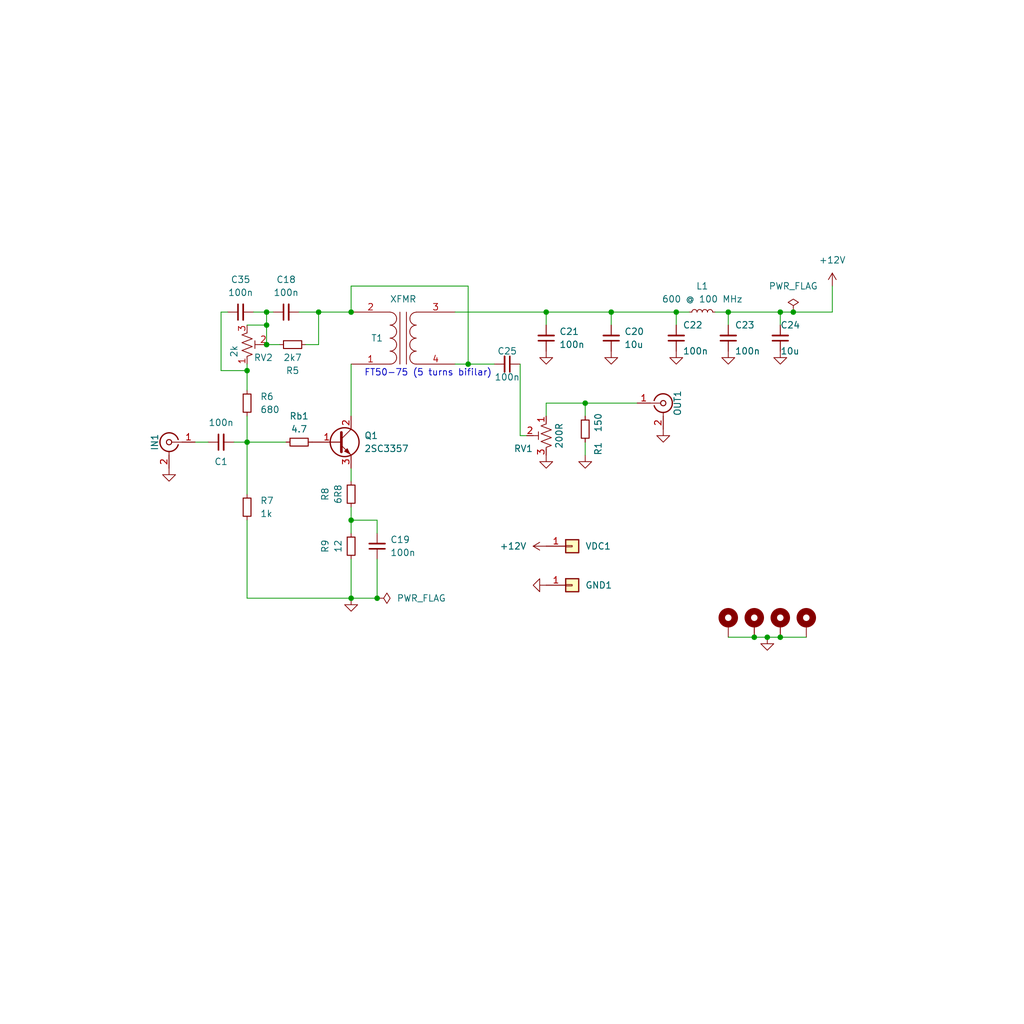
<source format=kicad_sch>
(kicad_sch (version 20230121) (generator eeschema)
  (paper "User" 200 200)
  (title_block (title "HF Pre-Amp v3.02") (date "2023-09-11") (company "Dhiru Kholia (VU3CER)"))
  (lib_symbols
    (symbol "Connector:Conn_Coaxial" (pin_names (offset 1.016) hide)
      (property "Reference" "J" (at 0.254 3.048 0))
      (property "Value" "Conn_Coaxial" (at 2.921 0 90))
      (symbol "Conn_Coaxial_0_1"
        (arc (start -1.778 -0.508) (mid 0.2311 -1.8066) (end 1.778 0) (stroke (width 0.254)))
        (polyline (pts (xy -2.54 0) (xy -0.508 0)))
        (polyline (pts (xy 0 -2.54) (xy 0 -1.778)))
        (circle (center 0 0) (radius 0.508) (stroke (width 0.2032)))
        (arc (start 1.778 0) (mid 0.2099 1.8101) (end -1.778 0.508) (stroke (width 0.254)))
      )
      (symbol "Conn_Coaxial_1_1"
        (pin passive line (at -5.08 0 0) (length 2.54) (name "In") (number "1"))
        (pin passive line (at 0 -5.08 90) (length 2.54) (name "Ext") (number "2"))
      )
    )
    (symbol "Connector_Generic:Conn_01x01" (pin_names (offset 1.016) hide)
      (property "Reference" "J" (at 0 2.54 0))
      (property "Value" "Conn_01x01" (at 0 -2.54 0))
      (symbol "Conn_01x01_1_1"
        (rectangle (start -1.27 0.127) (end 0 -0.127) (stroke (width 0.1524)))
        (rectangle (start -1.27 1.27) (end 1.27 -1.27) (stroke (width 0.254)) (fill (type background)))
        (pin passive line (at -5.08 0 0) (length 3.81) (name "Pin_1") (number "1"))
      )
    )
    (symbol "Device:C_Small" (pin_numbers hide) (pin_names (offset 0.254) hide)
      (property "Reference" "C" (at 0.254 1.778 0))
      (property "Value" "C_Small" (at 0.254 -2.032 0))
      (symbol "C_Small_0_1"
        (polyline (pts (xy -1.524 -0.508) (xy 1.524 -0.508)) (stroke (width 0.3302)))
        (polyline (pts (xy -1.524 0.508) (xy 1.524 0.508)) (stroke (width 0.3048)))
      )
      (symbol "C_Small_1_1"
        (pin passive line (at 0 2.54 270) (length 2.032) (name "~") (number "1"))
        (pin passive line (at 0 -2.54 90) (length 2.032) (name "~") (number "2"))
      )
    )
    (symbol "Device:L_Small" (pin_numbers hide) (pin_names (offset 0.254) hide)
      (property "Reference" "L" (at 0.762 1.016 0))
      (property "Value" "L_Small" (at 0.762 -1.016 0))
      (symbol "L_Small_0_1"
        (arc (start 0 -2.032) (mid 0.5058 -1.524) (end 0 -1.016))
        (arc (start 0 -1.016) (mid 0.5058 -0.508) (end 0 0))
        (arc (start 0 0) (mid 0.5058 0.508) (end 0 1.016))
        (arc (start 0 1.016) (mid 0.5058 1.524) (end 0 2.032))
      )
      (symbol "L_Small_1_1"
        (pin passive line (at 0 2.54 270) (length 0.508) (name "~") (number "1"))
        (pin passive line (at 0 -2.54 90) (length 0.508) (name "~") (number "2"))
      )
    )
    (symbol "Device:Q_NPN_BCE" (pin_names (offset 0) hide)
      (property "Reference" "Q" (at 5.08 1.27 0))
      (property "Value" "Q_NPN_BCE" (at 5.08 -1.27 0))
      (symbol "Q_NPN_BCE_0_1"
        (polyline (pts (xy 0.635 0.635) (xy 2.54 2.54)))
        (polyline (pts (xy 0.635 -0.635) (xy 2.54 -2.54) (xy 2.54 -2.54)))
        (polyline (pts (xy 0.635 1.905) (xy 0.635 -1.905) (xy 0.635 -1.905)) (stroke (width 0.508)))
        (polyline (pts (xy 1.27 -1.778) (xy 1.778 -1.27) (xy 2.286 -2.286) (xy 1.27 -1.778) (xy 1.27 -1.778)) (fill (type outline)))
        (circle (center 1.27 0) (radius 2.8194) (stroke (width 0.254)))
      )
      (symbol "Q_NPN_BCE_1_1"
        (pin input line (at -5.08 0 0) (length 5.715) (name "B") (number "1"))
        (pin passive line (at 2.54 5.08 270) (length 2.54) (name "C") (number "2"))
        (pin passive line (at 2.54 -5.08 90) (length 2.54) (name "E") (number "3"))
      )
    )
    (symbol "Device:R_Potentiometer_Trim_US" (pin_names (offset 1.016) hide)
      (property "Reference" "RV" (at -4.445 0 90))
      (property "Value" "R_Potentiometer_Trim_US" (at -2.54 0 90))
      (symbol "R_Potentiometer_Trim_US_0_1"
        (polyline (pts (xy 0 -2.286) (xy 0 -2.54)))
        (polyline (pts (xy 0 2.286) (xy 0 2.54)))
        (polyline (pts (xy 1.524 0.762) (xy 1.524 -0.762)))
        (polyline (pts (xy 2.54 0) (xy 1.524 0)))
        (polyline (pts (xy 0 -0.762) (xy 1.016 -1.143) (xy 0 -1.524) (xy -1.016 -1.905) (xy 0 -2.286)))
        (polyline (pts (xy 0 0.762) (xy 1.016 0.381) (xy 0 0) (xy -1.016 -0.381) (xy 0 -0.762)))
        (polyline (pts (xy 0 2.286) (xy 1.016 1.905) (xy 0 1.524) (xy -1.016 1.143) (xy 0 0.762)))
      )
      (symbol "R_Potentiometer_Trim_US_1_1"
        (pin passive line (at 0 3.81 270) (length 1.27) (name "1") (number "1"))
        (pin passive line (at 3.81 0 180) (length 1.27) (name "2") (number "2"))
        (pin passive line (at 0 -3.81 90) (length 1.27) (name "3") (number "3"))
      )
    )
    (symbol "Device:R_Small" (pin_numbers hide) (pin_names (offset 0.254) hide)
      (property "Reference" "R" (at 0.762 0.508 0))
      (property "Value" "R_Small" (at 0.762 -1.016 0))
      (symbol "R_Small_0_1"
        (rectangle (start -0.762 1.778) (end 0.762 -1.778) (stroke (width 0.2032)))
      )
      (symbol "R_Small_1_1"
        (pin passive line (at 0 2.54 270) (length 0.762) (name "~") (number "1"))
        (pin passive line (at 0 -2.54 90) (length 0.762) (name "~") (number "2"))
      )
    )
    (symbol "Device:Transformer_1P_1S" (pin_names (offset 1.016) hide)
      (property "Reference" "T" (at 0 6.35 0))
      (property "Value" "Transformer_1P_1S" (at 0 -7.62 0))
      (symbol "Transformer_1P_1S_0_1"
        (arc (start -2.54 -5.0546) (mid -1.6599 -4.6901) (end -1.27 -3.81))
        (arc (start -2.54 -2.5146) (mid -1.6599 -2.1501) (end -1.27 -1.27))
        (arc (start -2.54 0.0254) (mid -1.6599 0.3899) (end -1.27 1.27))
        (arc (start -2.54 2.5654) (mid -1.6599 2.9299) (end -1.27 3.81))
        (arc (start -1.27 -3.81) (mid -1.642 -2.912) (end -2.54 -2.54))
        (arc (start -1.27 -1.27) (mid -1.642 -0.372) (end -2.54 0))
        (arc (start -1.27 1.27) (mid -1.642 2.168) (end -2.54 2.54))
        (arc (start -1.27 3.81) (mid -1.642 4.708) (end -2.54 5.08))
        (polyline (pts (xy -0.635 5.08) (xy -0.635 -5.08)))
        (polyline (pts (xy 0.635 -5.08) (xy 0.635 5.08)))
        (arc (start 1.2954 -1.27) (mid 1.6599 -2.1501) (end 2.54 -2.5146))
        (arc (start 1.2954 1.27) (mid 1.6599 0.3899) (end 2.54 0.0254))
        (arc (start 1.2954 3.81) (mid 1.6599 2.9299) (end 2.54 2.5654))
        (arc (start 1.3208 -3.81) (mid 1.6853 -4.6901) (end 2.5654 -5.0546))
        (arc (start 2.54 0) (mid 1.642 -0.372) (end 1.2954 -1.27))
        (arc (start 2.54 2.54) (mid 1.642 2.168) (end 1.2954 1.27))
        (arc (start 2.54 5.08) (mid 1.642 4.708) (end 1.2954 3.81))
        (arc (start 2.5654 -2.54) (mid 1.6674 -2.912) (end 1.3208 -3.81))
      )
      (symbol "Transformer_1P_1S_1_1"
        (pin passive line (at -10.16 5.08 0) (length 7.62) (name "AA") (number "1"))
        (pin passive line (at -10.16 -5.08 0) (length 7.62) (name "AB") (number "2"))
        (pin passive line (at 10.16 -5.08 180) (length 7.62) (name "SA") (number "3"))
        (pin passive line (at 10.16 5.08 180) (length 7.62) (name "SB") (number "4"))
      )
    )
    (symbol "Mechanical:MountingHole_Pad" (pin_numbers hide) (pin_names (offset 1.016) hide)
      (property "Reference" "H" (at 0 6.35 0))
      (property "Value" "MountingHole_Pad" (at 0 4.445 0))
      (symbol "MountingHole_Pad_0_1"
        (circle (center 0 1.27) (radius 1.27) (stroke (width 1.27)))
      )
      (symbol "MountingHole_Pad_1_1"
        (pin input line (at 0 -2.54 90) (length 2.54) (name "1") (number "1"))
      )
    )
    (symbol "PCM_4ms_Power-symbol:PWR_FLAG" (power) (pin_numbers hide) (pin_names (offset 0) hide)
      (property "Value" "PWR_FLAG" (at 0 3.81 0))
      (symbol "PWR_FLAG_0_0"
        (pin power_out line (at 0 0 90) (length 0) (name "pwr") (number "1"))
      )
      (symbol "PWR_FLAG_0_1"
        (polyline (pts (xy 0 0) (xy 0 1.27) (xy -1.016 1.905) (xy 0 2.54) (xy 1.016 1.905) (xy 0 1.27)))
      )
    )
    (symbol "power:+12V" (power) (pin_names (offset 0))
      (property "Value" "+12V" (at 0 3.556 0))
      (symbol "+12V_0_1"
        (polyline (pts (xy -0.762 1.27) (xy 0 2.54)))
        (polyline (pts (xy 0 0) (xy 0 2.54)))
        (polyline (pts (xy 0 2.54) (xy 0.762 1.27)))
      )
      (symbol "+12V_1_1"
        (pin power_in line (at 0 0 90) (length 0) hide (name "+12V") (number "1"))
      )
    )
    (symbol "power:GND" (power) (pin_names (offset 0))
      (property "Value" "GND" (at 0 -3.81 0))
      (symbol "GND_0_1"
        (polyline (pts (xy 0 0) (xy 0 -1.27) (xy 1.27 -1.27) (xy 0 -2.54) (xy -1.27 -1.27) (xy 0 -1.27)))
      )
      (symbol "GND_1_1"
        (pin power_in line (at 0 0 270) (length 0) hide (name "GND") (number "1"))
      )
    )
  )
  (junction (at 154.94 60.96))
  (junction (at 114.3 78.74))
  (junction (at 68.58 101.6))
  (junction (at 142.24 60.96))
  (junction (at 73.66 116.84))
  (junction (at 119.38 60.96))
  (junction (at 52.07 63.5))
  (junction (at 52.07 60.96))
  (junction (at 106.68 60.96))
  (junction (at 152.4 124.46))
  (junction (at 68.58 116.84))
  (junction (at 91.44 71.12))
  (junction (at 149.86 124.46))
  (junction (at 48.26 72.39))
  (junction (at 147.32 124.46))
  (junction (at 68.58 60.96))
  (junction (at 48.26 86.36))
  (junction (at 52.07 67.31))
  (junction (at 152.4 60.96))
  (junction (at 132.08 60.96))
  (junction (at 62.23 60.96))
  (wire (pts (xy 68.58 91.44) (xy 68.58 93.98)))
  (wire (pts (xy 68.58 101.6) (xy 73.66 101.6)))
  (wire (pts (xy 106.68 60.96) (xy 106.68 63.5)))
  (wire (pts (xy 91.44 55.88) (xy 91.44 71.12)))
  (wire (pts (xy 119.38 60.96) (xy 106.68 60.96)))
  (wire (pts (xy 52.07 67.31) (xy 54.61 67.31)))
  (wire (pts (xy 62.23 67.31) (xy 62.23 60.96)))
  (wire (pts (xy 91.44 71.12) (xy 96.52 71.12)))
  (wire (pts (xy 52.07 63.5) (xy 52.07 67.31)))
  (wire (pts (xy 68.58 71.12) (xy 68.58 81.28)))
  (wire (pts (xy 162.56 55.88) (xy 162.56 60.96)))
  (wire (pts (xy 59.69 67.31) (xy 62.23 67.31)))
  (wire (pts (xy 68.58 55.88) (xy 91.44 55.88)))
  (wire (pts (xy 139.7 60.96) (xy 142.24 60.96)))
  (wire (pts (xy 147.32 124.46) (xy 149.86 124.46)))
  (wire (pts (xy 48.26 116.84) (xy 68.58 116.84)))
  (wire (pts (xy 114.3 78.74) (xy 114.3 81.28)))
  (wire (pts (xy 48.26 81.28) (xy 48.26 86.36)))
  (wire (pts (xy 106.68 81.28) (xy 106.68 78.74)))
  (wire (pts (xy 73.66 116.84) (xy 73.66 109.22)))
  (wire (pts (xy 68.58 60.96) (xy 68.58 55.88)))
  (wire (pts (xy 119.38 60.96) (xy 132.08 60.96)))
  (wire (pts (xy 43.18 60.96) (xy 44.45 60.96)))
  (wire (pts (xy 132.08 60.96) (xy 132.08 63.5)))
  (wire (pts (xy 68.58 116.84) (xy 73.66 116.84)))
  (wire (pts (xy 48.26 63.5) (xy 52.07 63.5)))
  (wire (pts (xy 48.26 71.12) (xy 48.26 72.39)))
  (wire (pts (xy 101.6 85.09) (xy 102.87 85.09)))
  (wire (pts (xy 52.07 60.96) (xy 53.34 60.96)))
  (wire (pts (xy 142.24 60.96) (xy 152.4 60.96)))
  (wire (pts (xy 38.1 86.36) (xy 40.64 86.36)))
  (wire (pts (xy 68.58 99.06) (xy 68.58 101.6)))
  (wire (pts (xy 48.26 96.52) (xy 48.26 86.36)))
  (wire (pts (xy 154.94 60.96) (xy 162.56 60.96)))
  (wire (pts (xy 142.24 124.46) (xy 147.32 124.46)))
  (wire (pts (xy 101.6 71.12) (xy 101.6 85.09)))
  (wire (pts (xy 68.58 101.6) (xy 68.58 104.14)))
  (wire (pts (xy 114.3 88.9) (xy 114.3 86.36)))
  (wire (pts (xy 114.3 78.74) (xy 124.46 78.74)))
  (wire (pts (xy 73.66 101.6) (xy 73.66 104.14)))
  (wire (pts (xy 48.26 116.84) (xy 48.26 101.6)))
  (wire (pts (xy 91.44 71.12) (xy 88.9 71.12)))
  (wire (pts (xy 48.26 86.36) (xy 55.88 86.36)))
  (wire (pts (xy 52.07 60.96) (xy 52.07 63.5)))
  (wire (pts (xy 43.18 60.96) (xy 43.18 72.39)))
  (wire (pts (xy 62.23 60.96) (xy 68.58 60.96)))
  (wire (pts (xy 45.72 86.36) (xy 48.26 86.36)))
  (wire (pts (xy 132.08 60.96) (xy 134.62 60.96)))
  (wire (pts (xy 152.4 124.46) (xy 157.48 124.46)))
  (wire (pts (xy 58.42 60.96) (xy 62.23 60.96)))
  (wire (pts (xy 119.38 63.5) (xy 119.38 60.96)))
  (wire (pts (xy 142.24 60.96) (xy 142.24 63.5)))
  (wire (pts (xy 43.18 72.39) (xy 48.26 72.39)))
  (wire (pts (xy 49.53 60.96) (xy 52.07 60.96)))
  (wire (pts (xy 152.4 60.96) (xy 154.94 60.96)))
  (wire (pts (xy 106.68 78.74) (xy 114.3 78.74)))
  (wire (pts (xy 152.4 60.96) (xy 152.4 63.5)))
  (wire (pts (xy 149.86 124.46) (xy 152.4 124.46)))
  (wire (pts (xy 68.58 109.22) (xy 68.58 116.84)))
  (wire (pts (xy 48.26 72.39) (xy 48.26 76.2)))
  (wire (pts (xy 88.9 60.96) (xy 106.68 60.96)))
  (text "FT50-75 (5 turns bifilar)" (at 71.12 73.66 0) (effects (font (size 1.27 1.27)) (justify left bottom)))
  (symbol (lib_id "PCM_4ms_Power-symbol:PWR_FLAG") (at 73.66 116.84 270) (unit 1)
    (property "Reference" "#FLG01" (effects hide))
    (property "Value" "PWR_FLAG" (at 77.47 116.84 90) (effects (justify left)))
  )
  (symbol (lib_id "power:GND") (at 106.68 114.3 270) (unit 1)
    (property "Reference" "#PWR07" (effects hide))
    (property "Value" "GND" (effects hide))
  )
  (symbol (lib_id "power:GND") (at 119.38 68.58 0) (mirror y) (unit 1)
    (property "Reference" "#PWR05" (effects hide))
    (property "Value" "GND" (effects hide))
  )
  (symbol (lib_id "Mechanical:MountingHole_Pad") (at 147.32 121.92 0) (unit 1)
    (property "Reference" "H2" (effects hide))
    (property "Value" "MountingHole_Pad" (effects hide))
    (property "Footprint" "MountingHole:MountingHole_2.2mm_M2_Pad_Via" (effects hide))
  )
  (symbol (lib_id "Connector:Conn_Coaxial") (at 33.02 86.36 0) (mirror y) (unit 1)
    (property "Reference" "IN1" (at 30.226 86.36 90))
    (property "Value" "SMA" (effects hide))
    (property "Footprint" "footprints:SMA_EDGELAUNCH_Modded" (effects hide))
    (property "Datasheet" " ~" (effects hide))
  )
  (symbol (lib_id "Device:R_Potentiometer_Trim_US") (at 48.26 67.31 0) (mirror x) (unit 1)
    (property "Reference" "RV2" (at 53.34 69.85 0) (effects (justify right)))
    (property "Value" "2k" (at 45.72 69.85 90) (effects (justify right)))
    (property "Footprint" "Potentiometer_THT:Potentiometer_Bourns_3386P_Vertical" (effects hide))
  )
  (symbol (lib_id "power:GND") (at 152.4 68.58 0) (mirror y) (unit 1)
    (property "Reference" "#PWR012" (effects hide))
    (property "Value" "GND" (effects hide))
  )
  (symbol (lib_id "Mechanical:MountingHole_Pad") (at 157.48 121.92 0) (unit 1)
    (property "Reference" "H4" (effects hide))
    (property "Value" "MountingHole_Pad" (effects hide))
    (property "Footprint" "MountingHole:MountingHole_2.2mm_M2_Pad_Via" (effects hide))
  )
  (symbol (lib_id "Device:C_Small") (at 43.18 86.36 90) (unit 1)
    (property "Reference" "C1" (at 43.18 90.17 90))
    (property "Value" "100n" (at 43.1863 82.55 90))
    (property "Footprint" "Capacitor_SMD:C_1206_3216Metric_Pad1.33x1.80mm_HandSolder" (effects hide))
  )
  (symbol (lib_id "power:GND") (at 106.68 88.9 0) (mirror y) (unit 1)
    (property "Reference" "#PWR08" (effects hide))
    (property "Value" "GND" (effects hide))
  )
  (symbol (lib_id "power:GND") (at 68.58 116.84 0) (unit 1)
    (property "Reference" "#PWR01" (effects hide))
    (property "Value" "GND" (effects hide))
  )
  (symbol (lib_id "Device:R_Small") (at 58.42 86.36 90) (unit 1)
    (property "Reference" "Rb1" (at 58.42 81.28 90))
    (property "Value" "4.7" (at 58.42 83.82 90))
    (property "Footprint" "Resistor_SMD:R_1206_3216Metric_Pad1.30x1.75mm_HandSolder" (effects hide))
  )
  (symbol (lib_id "Mechanical:MountingHole_Pad") (at 142.24 121.92 0) (unit 1)
    (property "Reference" "H1" (effects hide))
    (property "Value" "MountingHole_Pad" (effects hide))
    (property "Footprint" "MountingHole:MountingHole_2.2mm_M2_Pad_Via" (effects hide))
  )
  (symbol (lib_id "Device:C_Small") (at 142.24 66.04 180) (unit 1)
    (property "Reference" "C23" (at 143.51 63.5 0) (effects (justify right)))
    (property "Value" "100n" (at 143.51 68.58 0) (effects (justify right)))
    (property "Footprint" "Capacitor_SMD:C_1206_3216Metric_Pad1.33x1.80mm_HandSolder" (effects hide))
  )
  (symbol (lib_id "PCM_4ms_Power-symbol:PWR_FLAG") (at 154.94 60.96 0) (unit 1)
    (property "Reference" "#FLG02" (effects hide))
    (property "Value" "PWR_FLAG" (at 154.94 55.88 0))
  )
  (symbol (lib_id "Device:C_Small") (at 99.06 71.12 270) (unit 1)
    (property "Reference" "C25" (at 99.06 68.58 90))
    (property "Value" "100n" (at 99.06 73.66 90))
    (property "Footprint" "Capacitor_SMD:C_1206_3216Metric_Pad1.33x1.80mm_HandSolder" (effects hide))
  )
  (symbol (lib_id "power:+12V") (at 162.56 55.88 0) (unit 1)
    (property "Reference" "#PWR014" (effects hide))
    (property "Value" "+12V" (at 162.56 50.8 0))
  )
  (symbol (lib_id "Device:C_Small") (at 106.68 66.04 180) (unit 1)
    (property "Reference" "C21" (at 109.22 64.7636 0) (effects (justify right)))
    (property "Value" "100n" (at 109.22 67.3036 0) (effects (justify right)))
    (property "Footprint" "Capacitor_SMD:C_1206_3216Metric_Pad1.33x1.80mm_HandSolder" (effects hide))
  )
  (symbol (lib_id "Device:R_Small") (at 57.15 67.31 270) (unit 1)
    (property "Reference" "R5" (at 57.15 72.39 90))
    (property "Value" "2k7" (at 57.15 69.85 90))
    (property "Footprint" "Resistor_SMD:R_1206_3216Metric_Pad1.30x1.75mm_HandSolder" (effects hide))
  )
  (symbol (lib_id "Device:R_Small") (at 48.26 78.74 0) (unit 1)
    (property "Reference" "R6" (at 50.8 77.47 0) (effects (justify left)))
    (property "Value" "680" (at 50.8 80.01 0) (effects (justify left)))
    (property "Footprint" "Resistor_SMD:R_1206_3216Metric_Pad1.30x1.75mm_HandSolder" (effects hide))
  )
  (symbol (lib_id "Device:C_Small") (at 152.4 66.04 180) (unit 1)
    (property "Reference" "C24" (at 152.4 63.5 0) (effects (justify right)))
    (property "Value" "10u" (at 152.4 68.58 0) (effects (justify right)))
    (property "Footprint" "Capacitor_SMD:C_1206_3216Metric_Pad1.33x1.80mm_HandSolder" (effects hide))
  )
  (symbol (lib_id "power:GND") (at 129.54 83.82 0) (mirror y) (unit 1)
    (property "Reference" "#PWR03" (effects hide))
    (property "Value" "GND" (effects hide))
  )
  (symbol (lib_id "power:GND") (at 106.68 68.58 0) (mirror y) (unit 1)
    (property "Reference" "#PWR04" (effects hide))
    (property "Value" "GND" (effects hide))
  )
  (symbol (lib_id "Device:C_Small") (at 55.88 60.96 90) (unit 1)
    (property "Reference" "C18" (at 55.8863 54.61 90))
    (property "Value" "100n" (at 55.8863 57.15 90))
    (property "Footprint" "Capacitor_SMD:C_1206_3216Metric_Pad1.33x1.80mm_HandSolder" (effects hide))
  )
  (symbol (lib_id "Mechanical:MountingHole_Pad") (at 152.4 121.92 0) (unit 1)
    (property "Reference" "H3" (effects hide))
    (property "Value" "MountingHole_Pad" (effects hide))
    (property "Footprint" "MountingHole:MountingHole_2.2mm_M2_Pad_Via" (effects hide))
  )
  (symbol (lib_id "power:GND") (at 132.08 68.58 0) (mirror y) (unit 1)
    (property "Reference" "#PWR010" (effects hide))
    (property "Value" "GND" (effects hide))
  )
  (symbol (lib_id "Device:Q_NPN_BCE") (at 66.04 86.36 0) (unit 1)
    (property "Reference" "Q1" (at 71.12 85.09 0) (effects (justify left)))
    (property "Value" "2SC3357" (at 71.12 87.63 0) (effects (justify left)))
    (property "Footprint" "Package_TO_SOT_SMD:SOT-89-3_Handsoldering" (effects hide))
  )
  (symbol (lib_id "power:+12V") (at 106.68 106.68 90) (unit 1)
    (property "Reference" "#PWR06" (effects hide))
    (property "Value" "+12V" (at 102.87 106.68 90) (effects (justify left)))
  )
  (symbol (lib_id "Device:C_Small") (at 73.66 106.68 180) (unit 1)
    (property "Reference" "C19" (at 76.2 105.4036 0) (effects (justify right)))
    (property "Value" "100n" (at 76.2 107.9436 0) (effects (justify right)))
    (property "Footprint" "Capacitor_SMD:C_1206_3216Metric_Pad1.33x1.80mm_HandSolder" (effects hide))
  )
  (symbol (lib_id "Device:R_Potentiometer_Trim_US") (at 106.68 85.09 0) (mirror y) (unit 1)
    (property "Reference" "RV1" (at 100.33 87.63 0) (effects (justify right)))
    (property "Value" "200R" (at 109.22 82.55 90) (effects (justify right)))
    (property "Footprint" "Potentiometer_THT:Potentiometer_Bourns_3386P_Vertical" (effects hide))
  )
  (symbol (lib_id "Device:R_Small") (at 68.58 106.68 180) (unit 1)
    (property "Reference" "R9" (at 63.5 106.68 90))
    (property "Value" "12" (at 66.04 106.68 90))
    (property "Footprint" "Resistor_SMD:R_1206_3216Metric_Pad1.30x1.75mm_HandSolder" (effects hide))
  )
  (symbol (lib_id "Device:R_Small") (at 48.26 99.06 0) (unit 1)
    (property "Reference" "R7" (at 50.8 97.79 0) (effects (justify left)))
    (property "Value" "1k" (at 50.8 100.33 0) (effects (justify left)))
    (property "Footprint" "Resistor_SMD:R_1206_3216Metric_Pad1.30x1.75mm_HandSolder" (effects hide))
  )
  (symbol (lib_id "Device:R_Small") (at 68.58 96.52 180) (unit 1)
    (property "Reference" "R8" (at 63.5 96.52 90))
    (property "Value" "6R8" (at 66.04 96.52 90))
    (property "Footprint" "Resistor_SMD:R_1206_3216Metric_Pad1.30x1.75mm_HandSolder" (effects hide))
  )
  (symbol (lib_id "Device:C_Small") (at 132.08 66.04 180) (unit 1)
    (property "Reference" "C22" (at 133.35 63.5 0) (effects (justify right)))
    (property "Value" "100n" (at 133.35 68.58 0) (effects (justify right)))
    (property "Footprint" "Capacitor_SMD:C_1206_3216Metric_Pad1.33x1.80mm_HandSolder" (effects hide))
  )
  (symbol (lib_id "Device:Transformer_1P_1S") (at 78.74 66.04 0) (mirror x) (unit 1)
    (property "Reference" "T1" (at 73.66 66.04 0))
    (property "Value" "XFMR" (at 78.7527 58.42 0))
    (property "Footprint" "footprints:FT50-43 Transformer" (effects hide))
  )
  (symbol (lib_id "power:GND") (at 142.24 68.58 0) (mirror y) (unit 1)
    (property "Reference" "#PWR011" (effects hide))
    (property "Value" "GND" (effects hide))
  )
  (symbol (lib_id "Device:C_Small") (at 46.99 60.96 90) (unit 1)
    (property "Reference" "C35" (at 46.9963 54.61 90))
    (property "Value" "100n" (at 46.9963 57.15 90))
    (property "Footprint" "Capacitor_SMD:C_1206_3216Metric_Pad1.33x1.80mm_HandSolder" (effects hide))
  )
  (symbol (lib_id "power:GND") (at 33.02 91.44 0) (unit 1)
    (property "Reference" "#PWR02" (effects hide))
    (property "Value" "GND" (effects hide))
  )
  (symbol (lib_id "Connector_Generic:Conn_01x01") (at 111.76 106.68 0) (unit 1)
    (property "Reference" "VDC1" (at 114.3 106.68 0) (effects (justify left)))
    (property "Value" "Conn_01x01" (effects hide))
    (property "Footprint" "TestPoint:TestPoint_Pad_3.0x3.0mm" (effects hide))
  )
  (symbol (lib_id "Device:L_Small") (at 137.16 60.96 90) (unit 1)
    (property "Reference" "L1" (at 137.16 55.88 90))
    (property "Value" "600 @ 100 MHz" (at 137.16 58.42 90))
    (property "Footprint" "Inductor_SMD:L_1206_3216Metric_Pad1.42x1.75mm_HandSolder" (effects hide))
  )
  (symbol (lib_id "Device:R_Small") (at 114.3 83.82 180) (unit 1)
    (property "Reference" "R1" (at 116.84 87.63 90))
    (property "Value" "150" (at 116.84 82.55 90))
    (property "Footprint" "Resistor_SMD:R_1206_3216Metric_Pad1.30x1.75mm_HandSolder" (effects hide))
  )
  (symbol (lib_id "power:GND") (at 149.86 124.46 0) (unit 1)
    (property "Reference" "#PWR016" (effects hide))
    (property "Value" "GND" (effects hide))
  )
  (symbol (lib_id "Connector_Generic:Conn_01x01") (at 111.76 114.3 0) (unit 1)
    (property "Reference" "GND1" (at 114.3 114.3 0) (effects (justify left)))
    (property "Value" "Conn_01x01" (effects hide))
    (property "Footprint" "TestPoint:TestPoint_Pad_3.0x3.0mm" (effects hide))
  )
  (symbol (lib_id "Device:C_Small") (at 119.38 66.04 180) (unit 1)
    (property "Reference" "C20" (at 121.92 64.7636 0) (effects (justify right)))
    (property "Value" "10u" (at 121.92 67.3036 0) (effects (justify right)))
    (property "Footprint" "Capacitor_SMD:C_1206_3216Metric_Pad1.33x1.80mm_HandSolder" (effects hide))
  )
  (symbol (lib_id "Connector:Conn_Coaxial") (at 129.54 78.74 0) (unit 1)
    (property "Reference" "OUT1" (at 132.334 78.74 90))
    (property "Value" "SMA" (effects hide))
    (property "Footprint" "footprints:SMA_EDGELAUNCH_Modded" (effects hide))
    (property "Datasheet" " ~" (effects hide))
  )
  (symbol (lib_id "power:GND") (at 114.3 88.9 0) (mirror y) (unit 1)
    (property "Reference" "#PWR09" (effects hide))
    (property "Value" "GND" (effects hide))
  )
)
</source>
